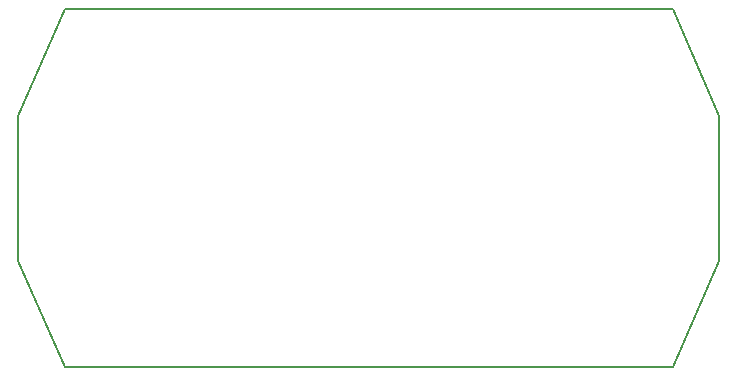
<source format=gm1>
%TF.GenerationSoftware,KiCad,Pcbnew,4.0.6*%
%TF.CreationDate,2017-08-02T23:43:12-07:00*%
%TF.ProjectId,difficult-button,646966666963756C742D627574746F6E,rev?*%
%TF.FileFunction,Profile,NP*%
%FSLAX46Y46*%
G04 Gerber Fmt 4.6, Leading zero omitted, Abs format (unit mm)*
G04 Created by KiCad (PCBNEW 4.0.6) date 08/02/17 23:43:12*
%MOMM*%
%LPD*%
G01*
G04 APERTURE LIST*
%ADD10C,0.100000*%
%ADD11C,0.150000*%
G04 APERTURE END LIST*
D10*
D11*
X75684000Y-48230000D02*
X24184000Y-48230000D01*
X24184000Y-17930000D02*
X75684000Y-17930000D01*
X20284000Y-26930000D02*
X20284000Y-39230000D01*
X79584000Y-26930000D02*
X79584000Y-39230000D01*
X75684000Y-17930000D02*
X79584000Y-26930000D01*
X75684000Y-48230000D02*
X79584000Y-39230000D01*
X24184000Y-48230000D02*
X20284000Y-39230000D01*
X24184000Y-17930000D02*
X20284000Y-26930000D01*
M02*

</source>
